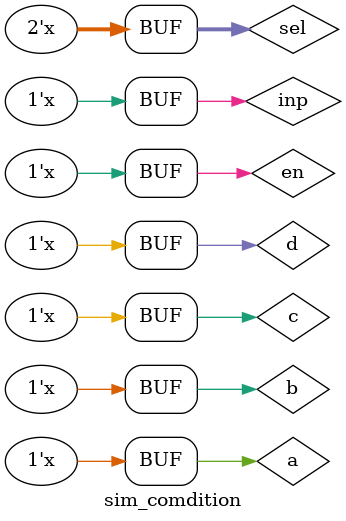
<source format=v>
module sim_comdition;
    reg inp,en,a,b,c,d;
    reg[1:0] sel;
    wire outp1,outp2;
    condition_top u0(inp,en,a,b,c,d,sel,outp1,outp2);
    initial begin
        {inp,en,a,b,c,d}=6'b00_0000;
        sel=2'b00;
    end
    always begin
        {inp,en,a,b,c,d,sel[0],sel[1]}={inp,en,a,b,c,d,sel[0],sel[1]}+1;
        #10;
    end
endmodule

</source>
